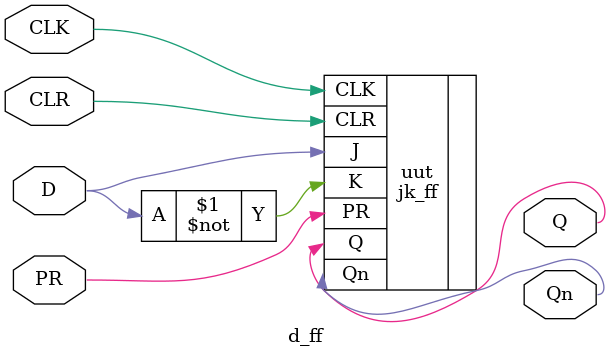
<source format=v>
`include "jk_ff.v"

module d_ff (
    input wire D,      // Entrada D
    input wire CLK,    // Sinal de clock
    input wire PR,     // Preload (ativo em nível lógico zero)
    input wire CLR,    // Clear (ativo em nível lógico zero)
    output  Q,      // Saída Q
    output  Qn      // Saída Q complementada
);

    jk_ff uut    (
        .J(D),
        .K(~D),
        .CLK(CLK),
        .PR(PR),
        .CLR(CLR),
        .Q(Q),
        .Qn(Qn)
    );

endmodule

</source>
